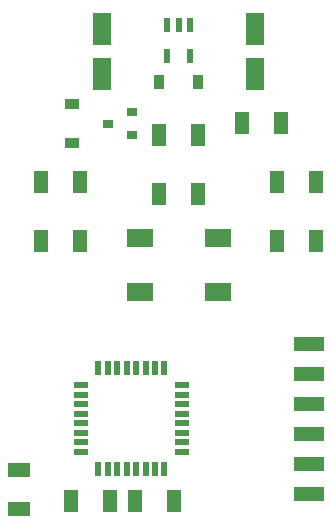
<source format=gtp>
G75*
%MOIN*%
%OFA0B0*%
%FSLAX25Y25*%
%IPPOS*%
%LPD*%
%AMOC8*
5,1,8,0,0,1.08239X$1,22.5*
%
%ADD10R,0.05000X0.07500*%
%ADD11R,0.03500X0.03100*%
%ADD12R,0.10000X0.05000*%
%ADD13R,0.09000X0.06000*%
%ADD14R,0.05000X0.02200*%
%ADD15R,0.02200X0.05000*%
%ADD16R,0.02165X0.04724*%
%ADD17R,0.06299X0.11000*%
%ADD18R,0.03583X0.04803*%
%ADD19R,0.07500X0.05000*%
%ADD20R,0.04803X0.03583*%
D10*
X0039923Y0012000D03*
X0052923Y0012000D03*
X0061576Y0012000D03*
X0074576Y0012000D03*
X0043080Y0098614D03*
X0030080Y0098614D03*
X0030080Y0118299D03*
X0043080Y0118299D03*
X0069450Y0114362D03*
X0082450Y0114362D03*
X0082450Y0134047D03*
X0069450Y0134047D03*
X0097009Y0137984D03*
X0110009Y0137984D03*
X0108820Y0118299D03*
X0121820Y0118299D03*
X0121820Y0098614D03*
X0108820Y0098614D03*
D11*
X0060265Y0134084D03*
X0060265Y0141684D03*
X0052265Y0137884D03*
D12*
X0119257Y0064559D03*
X0119257Y0054559D03*
X0119257Y0044559D03*
X0119257Y0034559D03*
X0119257Y0024559D03*
X0119257Y0014559D03*
D13*
X0088950Y0081740D03*
X0088950Y0099740D03*
X0062950Y0099740D03*
X0062950Y0081740D03*
D14*
X0077102Y0050583D03*
X0077102Y0047433D03*
X0077102Y0044283D03*
X0077102Y0041134D03*
X0077102Y0037984D03*
X0077102Y0034835D03*
X0077102Y0031685D03*
X0077102Y0028535D03*
X0043302Y0028535D03*
X0043302Y0031685D03*
X0043302Y0034835D03*
X0043302Y0037984D03*
X0043302Y0041134D03*
X0043302Y0044283D03*
X0043302Y0047433D03*
X0043302Y0050583D03*
D15*
X0049178Y0056459D03*
X0052328Y0056459D03*
X0055478Y0056459D03*
X0058627Y0056459D03*
X0061777Y0056459D03*
X0064926Y0056459D03*
X0068076Y0056459D03*
X0071226Y0056459D03*
X0071226Y0022659D03*
X0068076Y0022659D03*
X0064926Y0022659D03*
X0061777Y0022659D03*
X0058627Y0022659D03*
X0055478Y0022659D03*
X0052328Y0022659D03*
X0049178Y0022659D03*
D16*
X0072210Y0160425D03*
X0079690Y0160425D03*
X0079690Y0170661D03*
X0075950Y0170661D03*
X0072210Y0170661D03*
D17*
X0050360Y0169480D03*
X0050360Y0154543D03*
X0101541Y0154543D03*
X0101541Y0169480D03*
D18*
X0082397Y0151764D03*
X0069503Y0151764D03*
D19*
X0022800Y0009437D03*
X0022800Y0022437D03*
D20*
X0040517Y0131537D03*
X0040517Y0144431D03*
M02*

</source>
